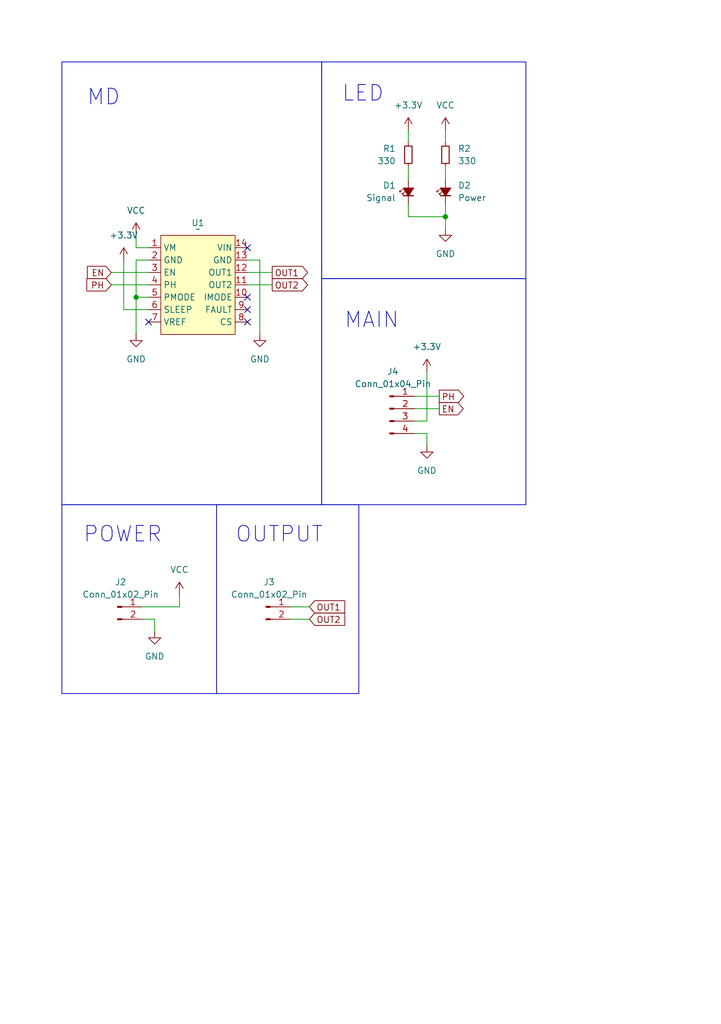
<source format=kicad_sch>
(kicad_sch (version 20231120) (generator "eeschema") (generator_version "8.0")
  (paper "A5" portrait)
  (lib_symbols
    (symbol "@2024-Dribbler:DRV8874_module"
      (property "Reference" "U" (at 0 1.778 0))
      (symbol "DRV8874_module_0_1"
        (rectangle (start -7.62 0) (end 7.62 -20.32) (fill (type background)))
      )
      (symbol "DRV8874_module_1_1"
        (pin passive line (at -10.16 -2.54 0) (length 2.54) (name "VM") (number "1"))
        (pin passive line (at 10.16 -12.7 180) (length 2.54) (name "IMODE") (number "10"))
        (pin passive line (at 10.16 -10.16 180) (length 2.54) (name "OUT2") (number "11"))
        (pin passive line (at 10.16 -7.62 180) (length 2.54) (name "OUT1") (number "12"))
        (pin passive line (at 10.16 -5.08 180) (length 2.54) (name "GND") (number "13"))
        (pin passive line (at 10.16 -2.54 180) (length 2.54) (name "VIN") (number "14"))
        (pin passive line (at -10.16 -5.08 0) (length 2.54) (name "GND") (number "2"))
        (pin passive line (at -10.16 -7.62 0) (length 2.54) (name "EN") (number "3"))
        (pin passive line (at -10.16 -10.16 0) (length 2.54) (name "PH") (number "4"))
        (pin passive line (at -10.16 -12.7 0) (length 2.54) (name "PMODE") (number "5"))
        (pin passive line (at -10.16 -15.24 0) (length 2.54) (name "SLEEP") (number "6"))
        (pin passive line (at -10.16 -17.78 0) (length 2.54) (name "VREF") (number "7"))
        (pin passive line (at 10.16 -17.78 180) (length 2.54) (name "CS") (number "8"))
        (pin passive line (at 10.16 -15.24 180) (length 2.54) (name "FAULT") (number "9"))
      )
    )
    (symbol "Connector:Conn_01x02_Pin" (pin_names (offset 1.016) hide)
      (property "Reference" "J" (at 0 2.54 0))
      (property "Value" "Conn_01x02_Pin" (at 0 -5.08 0))
      (symbol "Conn_01x02_Pin_1_1"
        (polyline (pts (xy 1.27 -2.54) (xy 0.8636 -2.54)) (stroke (width 0.1524)))
        (polyline (pts (xy 1.27 0) (xy 0.8636 0)) (stroke (width 0.1524)))
        (rectangle (start 0.8636 -2.413) (end 0 -2.667) (stroke (width 0.1524)) (fill (type outline)))
        (rectangle (start 0.8636 0.127) (end 0 -0.127) (stroke (width 0.1524)) (fill (type outline)))
        (pin passive line (at 5.08 0 180) (length 3.81) (name "Pin_1") (number "1"))
        (pin passive line (at 5.08 -2.54 180) (length 3.81) (name "Pin_2") (number "2"))
      )
    )
    (symbol "Connector:Conn_01x04_Pin" (pin_names (offset 1.016) hide)
      (property "Reference" "J" (at 0 5.08 0))
      (property "Value" "Conn_01x04_Pin" (at 0 -7.62 0))
      (symbol "Conn_01x04_Pin_1_1"
        (polyline (pts (xy 1.27 -5.08) (xy 0.8636 -5.08)) (stroke (width 0.1524)))
        (polyline (pts (xy 1.27 -2.54) (xy 0.8636 -2.54)) (stroke (width 0.1524)))
        (polyline (pts (xy 1.27 0) (xy 0.8636 0)) (stroke (width 0.1524)))
        (polyline (pts (xy 1.27 2.54) (xy 0.8636 2.54)) (stroke (width 0.1524)))
        (rectangle (start 0.8636 -4.953) (end 0 -5.207) (stroke (width 0.1524)) (fill (type outline)))
        (rectangle (start 0.8636 -2.413) (end 0 -2.667) (stroke (width 0.1524)) (fill (type outline)))
        (rectangle (start 0.8636 0.127) (end 0 -0.127) (stroke (width 0.1524)) (fill (type outline)))
        (rectangle (start 0.8636 2.667) (end 0 2.413) (stroke (width 0.1524)) (fill (type outline)))
        (pin passive line (at 5.08 2.54 180) (length 3.81) (name "Pin_1") (number "1"))
        (pin passive line (at 5.08 0 180) (length 3.81) (name "Pin_2") (number "2"))
        (pin passive line (at 5.08 -2.54 180) (length 3.81) (name "Pin_3") (number "3"))
        (pin passive line (at 5.08 -5.08 180) (length 3.81) (name "Pin_4") (number "4"))
      )
    )
    (symbol "Device:LED_Small_Filled" (pin_numbers hide) (pin_names (offset 0.254) hide)
      (property "Reference" "D" (at -1.27 3.175 0))
      (property "Value" "LED_Small_Filled" (at -4.445 -2.54 0))
      (symbol "LED_Small_Filled_0_1"
        (polyline (pts (xy -0.762 -1.016) (xy -0.762 1.016)) (stroke (width 0.254)))
        (polyline (pts (xy 1.016 0) (xy -0.762 0)))
        (polyline (pts (xy 0.762 -1.016) (xy -0.762 0) (xy 0.762 1.016) (xy 0.762 -1.016)) (stroke (width 0.254)) (fill (type outline)))
        (polyline (pts (xy 0 0.762) (xy -0.508 1.27) (xy -0.254 1.27) (xy -0.508 1.27) (xy -0.508 1.016)))
        (polyline (pts (xy 0.508 1.27) (xy 0 1.778) (xy 0.254 1.778) (xy 0 1.778) (xy 0 1.524)))
      )
      (symbol "LED_Small_Filled_1_1"
        (pin passive line (at -2.54 0 0) (length 1.778) (name "K") (number "1"))
        (pin passive line (at 2.54 0 180) (length 1.778) (name "A") (number "2"))
      )
    )
    (symbol "Device:R_Small" (pin_numbers hide) (pin_names (offset 0.254) hide)
      (property "Reference" "R" (at 0.762 0.508 0))
      (property "Value" "R_Small" (at 0.762 -1.016 0))
      (symbol "R_Small_0_1"
        (rectangle (start -0.762 1.778) (end 0.762 -1.778) (stroke (width 0.2032)))
      )
      (symbol "R_Small_1_1"
        (pin passive line (at 0 2.54 270) (length 0.762) (name "~") (number "1"))
        (pin passive line (at 0 -2.54 90) (length 0.762) (name "~") (number "2"))
      )
    )
    (symbol "power:+3.3V" (power) (pin_numbers hide) (pin_names (offset 0) hide)
      (property "Value" "+3.3V" (at 0 3.556 0))
      (symbol "+3.3V_0_1"
        (polyline (pts (xy -0.762 1.27) (xy 0 2.54)))
        (polyline (pts (xy 0 0) (xy 0 2.54)))
        (polyline (pts (xy 0 2.54) (xy 0.762 1.27)))
      )
      (symbol "+3.3V_1_1"
        (pin power_in line (at 0 0 90) (length 0) (name "~") (number "1"))
      )
    )
    (symbol "power:GND" (power) (pin_numbers hide) (pin_names (offset 0) hide)
      (property "Value" "GND" (at 0 -3.81 0))
      (symbol "GND_0_1"
        (polyline (pts (xy 0 0) (xy 0 -1.27) (xy 1.27 -1.27) (xy 0 -2.54) (xy -1.27 -1.27) (xy 0 -1.27)))
      )
      (symbol "GND_1_1"
        (pin power_in line (at 0 0 270) (length 0) (name "~") (number "1"))
      )
    )
    (symbol "power:VCC" (power) (pin_numbers hide) (pin_names (offset 0) hide)
      (property "Value" "VCC" (at 0 3.556 0))
      (symbol "VCC_0_1"
        (polyline (pts (xy -0.762 1.27) (xy 0 2.54)))
        (polyline (pts (xy 0 0) (xy 0 2.54)))
        (polyline (pts (xy 0 2.54) (xy 0.762 1.27)))
      )
      (symbol "VCC_1_1"
        (pin power_in line (at 0 0 90) (length 0) (name "~") (number "1"))
      )
    )
  )
  (junction (at 91.44 44.45))
  (junction (at 27.94 60.96))
  (no_connect (at 30.48 66.04))
  (no_connect (at 50.8 66.04))
  (no_connect (at 50.8 63.5))
  (no_connect (at 50.8 50.8))
  (no_connect (at 50.8 60.96))
  (wire (pts (xy 59.69 124.46) (xy 63.5 124.46)))
  (wire (pts (xy 59.69 127) (xy 63.5 127)))
  (wire (pts (xy 91.44 34.29) (xy 91.44 36.83)))
  (wire (pts (xy 27.94 60.96) (xy 27.94 68.58)))
  (wire (pts (xy 50.8 58.42) (xy 55.88 58.42)))
  (wire (pts (xy 83.82 41.91) (xy 83.82 44.45)))
  (wire (pts (xy 27.94 53.34) (xy 27.94 60.96)))
  (wire (pts (xy 85.09 81.28) (xy 90.17 81.28)))
  (wire (pts (xy 85.09 86.36) (xy 87.63 86.36)))
  (wire (pts (xy 27.94 50.8) (xy 30.48 50.8)))
  (wire (pts (xy 83.82 34.29) (xy 83.82 36.83)))
  (wire (pts (xy 30.48 53.34) (xy 27.94 53.34)))
  (wire (pts (xy 50.8 53.34) (xy 53.34 53.34)))
  (wire (pts (xy 91.44 26.67) (xy 91.44 29.21)))
  (wire (pts (xy 91.44 41.91) (xy 91.44 44.45)))
  (wire (pts (xy 85.09 88.9) (xy 87.63 88.9)))
  (wire (pts (xy 25.4 53.34) (xy 25.4 63.5)))
  (wire (pts (xy 27.94 48.26) (xy 27.94 50.8)))
  (wire (pts (xy 83.82 26.67) (xy 83.82 29.21)))
  (wire (pts (xy 22.86 58.42) (xy 30.48 58.42)))
  (wire (pts (xy 27.94 60.96) (xy 30.48 60.96)))
  (wire (pts (xy 50.8 55.88) (xy 55.88 55.88)))
  (wire (pts (xy 87.63 91.44) (xy 87.63 88.9)))
  (wire (pts (xy 87.63 76.2) (xy 87.63 86.36)))
  (wire (pts (xy 25.4 63.5) (xy 30.48 63.5)))
  (wire (pts (xy 91.44 44.45) (xy 91.44 46.99)))
  (wire (pts (xy 22.86 55.88) (xy 30.48 55.88)))
  (wire (pts (xy 85.09 83.82) (xy 90.17 83.82)))
  (wire (pts (xy 36.83 121.92) (xy 36.83 124.46)))
  (wire (pts (xy 29.21 124.46) (xy 36.83 124.46)))
  (wire (pts (xy 83.82 44.45) (xy 91.44 44.45)))
  (wire (pts (xy 53.34 53.34) (xy 53.34 68.58)))
  (wire (pts (xy 31.75 127) (xy 31.75 129.54)))
  (wire (pts (xy 29.21 127) (xy 31.75 127)))
  (rectangle (start 66.04 12.7) (end 107.95 57.15))
  (rectangle (start 12.7 103.505) (end 44.45 142.24))
  (rectangle (start 66.04 57.15) (end 107.95 103.505))
  (rectangle (start 12.7 12.7) (end 66.04 103.505))
  (rectangle (start 44.45 103.505) (end 73.66 142.24))
  (text "LED" (at 70.104 19.304 0) (effects (font (size 3.175 3.175)) (justify left)))
  (text "MD" (at 17.78 20.066 0) (effects (font (size 3.175 3.175)) (justify left)))
  (text "OUTPUT" (at 48.26 109.728 0) (effects (font (size 3.175 3.175)) (justify left)))
  (text "POWER" (at 17.018 109.728 0) (effects (font (size 3.175 3.175)) (justify left)))
  (text "MAIN" (at 70.612 65.786 0) (effects (font (size 3.175 3.175)) (justify left)))
  (global_label "EN" (shape output) (at 90.17 83.82 0) (property "Intersheetrefs" "${INTERSHEET_REFS}" (effects (hide yes))))
  (global_label "PH" (shape output) (at 90.17 81.28 0) (property "Intersheetrefs" "${INTERSHEET_REFS}" (effects (hide yes))))
  (global_label "PH" (shape input) (at 22.86 58.42 180) (property "Intersheetrefs" "${INTERSHEET_REFS}" (effects (hide yes))))
  (global_label "OUT2" (shape input) (at 63.5 127 0) (property "Intersheetrefs" "${INTERSHEET_REFS}" (effects (hide yes))))
  (global_label "OUT1" (shape output) (at 55.88 55.88 0) (property "Intersheetrefs" "${INTERSHEET_REFS}" (effects (hide yes))))
  (global_label "EN" (shape input) (at 22.86 55.88 180) (property "Intersheetrefs" "${INTERSHEET_REFS}" (effects (hide yes))))
  (global_label "OUT2" (shape output) (at 55.88 58.42 0) (property "Intersheetrefs" "${INTERSHEET_REFS}" (effects (hide yes))))
  (global_label "OUT1" (shape input) (at 63.5 124.46 0) (property "Intersheetrefs" "${INTERSHEET_REFS}" (effects (hide yes))))
  (symbol (lib_id "@2024-Dribbler:DRV8874_module") (at 40.64 48.26 0) (unit 1)
    (property "Reference" "U1" (at 40.64 45.72 0))
    (property "Value" "~" (at 40.64 46.99 0))
    (property "Footprint" "@2024-Dribbler:DRV8874 module" (effects (hide yes)))
  )
  (symbol (lib_id "Device:LED_Small_Filled") (at 91.44 39.37 90) (unit 1)
    (property "Reference" "D2" (at 93.98 38.0365 90) (effects (justify right)))
    (property "Value" "Power" (at 93.98 40.5765 90) (effects (justify right)))
    (property "Footprint" "LED_SMD:LED_0805_2012Metric" (effects (hide yes)))
    (property "Description" "Light emitting diode, small symbol, filled shape" (effects (hide yes)))
  )
  (symbol (lib_id "Device:R_Small") (at 83.82 31.75 0) (mirror x) (unit 1)
    (property "Reference" "R1" (at 81.28 30.48 0) (effects (justify right)))
    (property "Value" "330" (at 81.28 33.02 0) (effects (justify right)))
    (property "Footprint" "Resistor_SMD:R_0603_1608Metric" (effects (hide yes)))
    (property "Description" "Resistor, small symbol" (effects (hide yes)))
  )
  (symbol (lib_id "Device:R_Small") (at 91.44 31.75 180) (unit 1)
    (property "Reference" "R2" (at 93.98 30.48 0) (effects (justify right)))
    (property "Value" "330" (at 93.98 33.02 0) (effects (justify right)))
    (property "Footprint" "Resistor_SMD:R_0603_1608Metric" (effects (hide yes)))
    (property "Description" "Resistor, small symbol" (effects (hide yes)))
  )
  (symbol (lib_id "Device:LED_Small_Filled") (at 83.82 39.37 90) (unit 1)
    (property "Reference" "D1" (at 81.28 38.0365 90) (effects (justify left)))
    (property "Value" "Signal" (at 81.28 40.5765 90) (effects (justify left)))
    (property "Footprint" "LED_SMD:LED_0805_2012Metric" (effects (hide yes)))
    (property "Description" "Light emitting diode, small symbol, filled shape" (effects (hide yes)))
  )
  (symbol (lib_id "power:GND") (at 91.44 46.99 0) (unit 1)
    (property "Reference" "#PWR011" (effects (hide yes)))
    (property "Value" "GND" (at 91.44 52.07 0))
    (property "Description" "Power symbol creates a global label with name \"GND\" , ground" (effects (hide yes)))
  )
  (symbol (lib_id "power:GND") (at 27.94 68.58 0) (unit 1)
    (property "Reference" "#PWR03" (effects (hide yes)))
    (property "Value" "GND" (at 27.94 73.66 0))
    (property "Description" "Power symbol creates a global label with name \"GND\" , ground" (effects (hide yes)))
  )
  (symbol (lib_id "Connector:Conn_01x02_Pin") (at 24.13 124.46 0) (unit 1)
    (property "Reference" "J2" (at 24.765 119.38 0))
    (property "Value" "Conn_01x02_Pin" (at 24.765 121.92 0))
    (property "Footprint" "Connector_JST:JST_XH_S2B-XH-A-1_1x02_P2.50mm_Horizontal" (effects (hide yes)))
    (property "Description" "Generic connector, single row, 01x02, script generated" (effects (hide yes)))
  )
  (symbol (lib_id "power:+3.3V") (at 87.63 76.2 0) (unit 1)
    (property "Reference" "#PWR04" (effects (hide yes)))
    (property "Value" "+3.3V" (at 87.63 71.12 0))
    (property "Description" "Power symbol creates a global label with name \"+3.3V\"" (effects (hide yes)))
  )
  (symbol (lib_id "power:VCC") (at 91.44 26.67 0) (unit 1)
    (property "Reference" "#PWR010" (effects (hide yes)))
    (property "Value" "VCC" (at 91.44 21.59 0))
    (property "Description" "Power symbol creates a global label with name \"VCC\"" (effects (hide yes)))
  )
  (symbol (lib_id "power:GND") (at 53.34 68.58 0) (unit 1)
    (property "Reference" "#PWR06" (effects (hide yes)))
    (property "Value" "GND" (at 53.34 73.66 0))
    (property "Description" "Power symbol creates a global label with name \"GND\" , ground" (effects (hide yes)))
  )
  (symbol (lib_id "power:+3.3V") (at 83.82 26.67 0) (unit 1)
    (property "Reference" "#PWR09" (effects (hide yes)))
    (property "Value" "+3.3V" (at 83.82 21.59 0))
    (property "Description" "Power symbol creates a global label with name \"+3.3V\"" (effects (hide yes)))
  )
  (symbol (lib_id "Connector:Conn_01x02_Pin") (at 54.61 124.46 0) (unit 1)
    (property "Reference" "J3" (at 55.245 119.38 0))
    (property "Value" "Conn_01x02_Pin" (at 55.245 121.92 0))
    (property "Footprint" "Connector_JST:JST_XH_S2B-XH-A-1_1x02_P2.50mm_Horizontal" (effects (hide yes)))
    (property "Description" "Generic connector, single row, 01x02, script generated" (effects (hide yes)))
  )
  (symbol (lib_id "power:GND") (at 31.75 129.54 0) (unit 1)
    (property "Reference" "#PWR07" (effects (hide yes)))
    (property "Value" "GND" (at 31.75 134.62 0))
    (property "Description" "Power symbol creates a global label with name \"GND\" , ground" (effects (hide yes)))
  )
  (symbol (lib_id "power:VCC") (at 27.94 48.26 0) (unit 1)
    (property "Reference" "#PWR02" (effects (hide yes)))
    (property "Value" "VCC" (at 27.94 43.18 0))
    (property "Description" "Power symbol creates a global label with name \"VCC\"" (effects (hide yes)))
  )
  (symbol (lib_id "power:+3.3V") (at 25.4 53.34 0) (unit 1)
    (property "Reference" "#PWR01" (effects (hide yes)))
    (property "Value" "+3.3V" (at 25.4 48.26 0))
    (property "Description" "Power symbol creates a global label with name \"+3.3V\"" (effects (hide yes)))
  )
  (symbol (lib_id "power:VCC") (at 36.83 121.92 0) (unit 1)
    (property "Reference" "#PWR08" (effects (hide yes)))
    (property "Value" "VCC" (at 36.83 116.84 0))
    (property "Description" "Power symbol creates a global label with name \"VCC\"" (effects (hide yes)))
  )
  (symbol (lib_id "power:GND") (at 87.63 91.44 0) (unit 1)
    (property "Reference" "#PWR05" (effects (hide yes)))
    (property "Value" "GND" (at 87.63 96.52 0))
    (property "Description" "Power symbol creates a global label with name \"GND\" , ground" (effects (hide yes)))
  )
  (symbol (lib_id "Connector:Conn_01x04_Pin") (at 80.01 83.82 0) (unit 1)
    (property "Reference" "J4" (at 80.645 76.2 0))
    (property "Value" "Conn_01x04_Pin" (at 80.645 78.74 0))
    (property "Footprint" "Connector_JST:JST_XH_B4B-XH-A_1x04_P2.50mm_Vertical" (effects (hide yes)))
    (property "Description" "Generic connector, single row, 01x04, script generated" (effects (hide yes)))
  )
)
</source>
